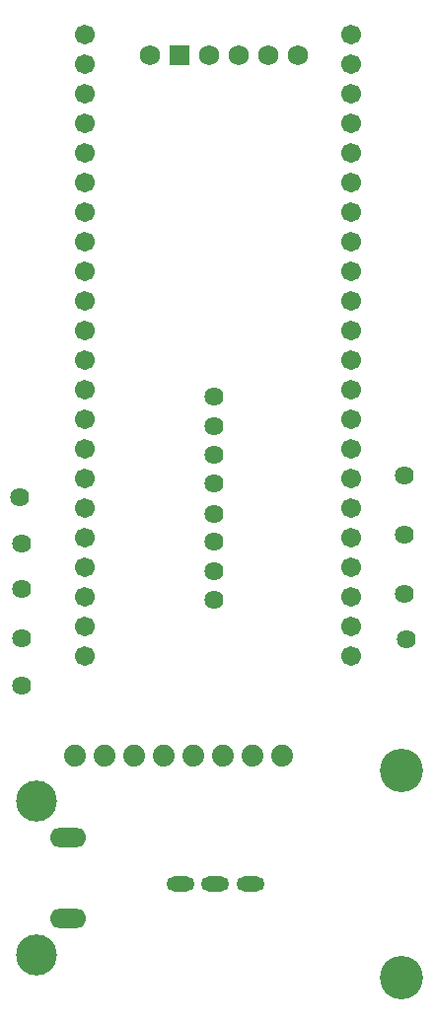
<source format=gbs>
G04 Layer: BottomSolderMaskLayer*
G04 EasyEDA v6.5.51, 2026-01-24 23:07:51*
G04 24400cab11b14a41ade87b5bf348eb15,64650944e1e6431b8ca2675abf886f56,10*
G04 Gerber Generator version 0.2*
G04 Scale: 100 percent, Rotated: No, Reflected: No *
G04 Dimensions in millimeters *
G04 leading zeros omitted , absolute positions ,4 integer and 5 decimal *
%FSLAX45Y45*%
%MOMM*%

%AMMACRO1*4,1,8,-0.8463,-0.876,-0.876,-0.8461,-0.876,0.8463,-0.8463,0.876,0.8461,0.876,0.876,0.8463,0.876,-0.8461,0.8461,-0.876,-0.8463,-0.876,0*%
%ADD10C,1.7016*%
%ADD11C,3.7191*%
%ADD12O,3.11912X1.66116*%
%ADD13C,3.5192*%
%ADD14C,1.8796*%
%ADD15O,2.401595X1.301598*%
%ADD16C,1.6256*%
%ADD17C,0.0188*%
%ADD18C,1.7516*%
%ADD19MACRO1*%
%ADD20C,1.7520*%

%LPD*%
D10*
G01*
X3733800Y-279397D03*
G01*
X3733800Y-25397D03*
G01*
X3733800Y228602D03*
G01*
X3733800Y482602D03*
G01*
X3733800Y736602D03*
G01*
X3733800Y990602D03*
G01*
X3733800Y1244602D03*
G01*
X3733800Y1498602D03*
G01*
X3733800Y1752602D03*
G01*
X3733800Y2006602D03*
G01*
X3733800Y2260602D03*
G01*
X3733800Y2514602D03*
G01*
X3733800Y2768602D03*
G01*
X3733800Y3022602D03*
G01*
X3733800Y3276602D03*
G01*
X3733800Y3530602D03*
G01*
X3733800Y3784602D03*
G01*
X3733800Y4038602D03*
G01*
X3733800Y4292602D03*
G01*
X3733800Y4546602D03*
G01*
X3733800Y4800602D03*
G01*
X3733800Y5054602D03*
G01*
X1447800Y5054602D03*
G01*
X1447800Y4800602D03*
G01*
X1447800Y4546602D03*
G01*
X1447800Y4292602D03*
G01*
X1447800Y4038602D03*
G01*
X1447800Y3784602D03*
G01*
X1447800Y3530602D03*
G01*
X1447800Y3276602D03*
G01*
X1447800Y3022602D03*
G01*
X1447800Y2768602D03*
G01*
X1447800Y2514602D03*
G01*
X1447800Y2260602D03*
G01*
X1447800Y2006602D03*
G01*
X1447800Y1752602D03*
G01*
X1447800Y1498602D03*
G01*
X1447800Y1244602D03*
G01*
X1447800Y990602D03*
G01*
X1447800Y736602D03*
G01*
X1447800Y482602D03*
G01*
X1447800Y228602D03*
G01*
X1447800Y-25397D03*
G01*
X1447800Y-279397D03*
D11*
G01*
X4166997Y-3043402D03*
G01*
X4166997Y-1265402D03*
D12*
G01*
X1301114Y-1836140D03*
G01*
X1301114Y-2536139D03*
D13*
G01*
X1030096Y-1529156D03*
G01*
X1030096Y-2843148D03*
D14*
G01*
X3138297Y-1138402D03*
G01*
X2884297Y-1138402D03*
G01*
X2630297Y-1138402D03*
G01*
X2376297Y-1138402D03*
G01*
X2122297Y-1138402D03*
G01*
X1868296Y-1138402D03*
G01*
X1614296Y-1138402D03*
G01*
X1360296Y-1138402D03*
D15*
G01*
X2865399Y-2235200D03*
G01*
X2565400Y-2235200D03*
G01*
X2265400Y-2235200D03*
D16*
G01*
X2552700Y1694535D03*
G01*
X2552700Y1445996D03*
G01*
X2552700Y1197432D03*
G01*
X2552700Y939800D03*
G01*
X2552700Y700303D03*
G01*
X2552700Y451764D03*
G01*
X2552700Y203200D03*
G01*
X2552700Y1943100D03*
D18*
G01*
X3276345Y4877054D03*
G01*
X3022345Y4877054D03*
G01*
X2768600Y4876545D03*
G01*
X2514600Y4877307D03*
D19*
G01*
X2260600Y4877307D03*
D20*
G01*
X2006600Y4876800D03*
D16*
G01*
X889002Y1079497D03*
G01*
X901702Y685797D03*
G01*
X901702Y292097D03*
G01*
X901702Y-127002D03*
G01*
X901702Y-533402D03*
G01*
X4191002Y1269997D03*
G01*
X4191002Y761997D03*
G01*
X4191002Y253997D03*
G01*
X4203702Y-139702D03*
M02*

</source>
